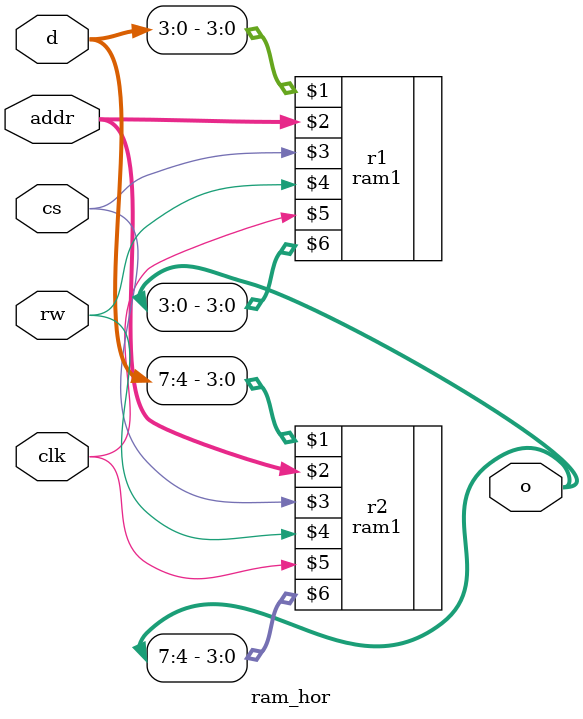
<source format=v>
`timescale 1ns / 1ps

module ram_hor(
    input [7:0] d,
    output [7:0] o,
    input [3:0] addr,
    input cs,
	 input clk,
    input rw
    );
	 
ram1 r1(d[3:0], addr, cs, rw,clk, o[3:0]),  r2(d[7:4], addr, cs, rw, clk, o[7:4]);

endmodule

</source>
